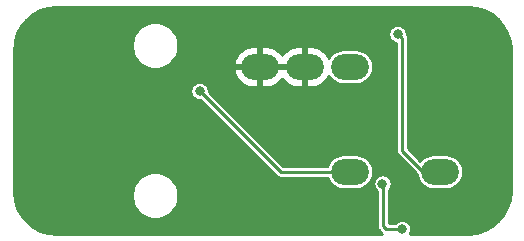
<source format=gbr>
%TF.GenerationSoftware,KiCad,Pcbnew,(5.1.10)-1*%
%TF.CreationDate,2022-01-27T10:19:25-05:00*%
%TF.ProjectId,CommaPowerProtect,436f6d6d-6150-46f7-9765-7250726f7465,rev?*%
%TF.SameCoordinates,Original*%
%TF.FileFunction,Copper,L2,Bot*%
%TF.FilePolarity,Positive*%
%FSLAX46Y46*%
G04 Gerber Fmt 4.6, Leading zero omitted, Abs format (unit mm)*
G04 Created by KiCad (PCBNEW (5.1.10)-1) date 2022-01-27 10:19:25*
%MOMM*%
%LPD*%
G01*
G04 APERTURE LIST*
%TA.AperFunction,ComponentPad*%
%ADD10O,3.200000X2.200000*%
%TD*%
%TA.AperFunction,ViaPad*%
%ADD11C,0.800000*%
%TD*%
%TA.AperFunction,Conductor*%
%ADD12C,0.250000*%
%TD*%
%TA.AperFunction,Conductor*%
%ADD13C,0.254000*%
%TD*%
%TA.AperFunction,Conductor*%
%ADD14C,0.100000*%
%TD*%
G04 APERTURE END LIST*
D10*
%TO.P,J1,6*%
%TO.N,/CAN_H*%
X108585000Y-57023000D03*
%TO.P,J1,4*%
%TO.N,GND*%
X100965000Y-57023000D03*
%TO.P,J1,14*%
%TO.N,/CAN_L*%
X108585000Y-65913000D03*
%TO.P,J1,5*%
%TO.N,GND*%
X104775000Y-57023000D03*
%TO.P,J1,16*%
%TO.N,/VCC_IN*%
X116205000Y-65913000D03*
%TD*%
D11*
%TO.N,/CAN_L*%
X95885000Y-59055000D03*
%TO.N,Net-(Q1-Pad1)*%
X113030000Y-70739000D03*
X111360001Y-66910001D03*
%TO.N,/VCC_IN*%
X112649000Y-54229000D03*
%TD*%
D12*
%TO.N,/CAN_L*%
X102743000Y-65913000D02*
X95885000Y-59055000D01*
X108585000Y-65913000D02*
X102743000Y-65913000D01*
%TO.N,Net-(Q1-Pad1)*%
X111379000Y-66929000D02*
X111360001Y-66910001D01*
X111379000Y-70485000D02*
X111379000Y-66929000D01*
X111633000Y-70739000D02*
X111379000Y-70485000D01*
X113030000Y-70739000D02*
X111633000Y-70739000D01*
%TO.N,/VCC_IN*%
X113030000Y-64135000D02*
X113030000Y-54610000D01*
X114808000Y-65913000D02*
X113030000Y-64135000D01*
X116205000Y-65913000D02*
X114808000Y-65913000D01*
X113030000Y-54610000D02*
X112649000Y-54229000D01*
%TD*%
D13*
%TO.N,GND*%
X119316480Y-52034414D02*
X119988355Y-52237265D01*
X120608035Y-52566755D01*
X121151914Y-53010331D01*
X121599278Y-53551098D01*
X121933087Y-54168466D01*
X122140624Y-54838909D01*
X122215977Y-55555838D01*
X122216002Y-55563108D01*
X122216001Y-67542343D01*
X122145587Y-68260479D01*
X121942736Y-68932353D01*
X121613245Y-69552037D01*
X121169668Y-70095915D01*
X120628903Y-70543276D01*
X120011534Y-70877086D01*
X119341092Y-71084622D01*
X118624163Y-71159975D01*
X118617180Y-71159999D01*
X113683188Y-71159999D01*
X113718569Y-71107048D01*
X113777141Y-70965643D01*
X113807000Y-70815528D01*
X113807000Y-70662472D01*
X113777141Y-70512357D01*
X113718569Y-70370952D01*
X113633536Y-70243691D01*
X113525309Y-70135464D01*
X113398048Y-70050431D01*
X113256643Y-69991859D01*
X113106528Y-69962000D01*
X112953472Y-69962000D01*
X112803357Y-69991859D01*
X112661952Y-70050431D01*
X112534691Y-70135464D01*
X112433155Y-70237000D01*
X111881000Y-70237000D01*
X111881000Y-67487847D01*
X111963537Y-67405310D01*
X112048570Y-67278049D01*
X112107142Y-67136644D01*
X112137001Y-66986529D01*
X112137001Y-66833473D01*
X112107142Y-66683358D01*
X112048570Y-66541953D01*
X111963537Y-66414692D01*
X111855310Y-66306465D01*
X111728049Y-66221432D01*
X111586644Y-66162860D01*
X111436529Y-66133001D01*
X111283473Y-66133001D01*
X111133358Y-66162860D01*
X110991953Y-66221432D01*
X110864692Y-66306465D01*
X110756465Y-66414692D01*
X110671432Y-66541953D01*
X110612860Y-66683358D01*
X110583001Y-66833473D01*
X110583001Y-66986529D01*
X110612860Y-67136644D01*
X110671432Y-67278049D01*
X110756465Y-67405310D01*
X110864692Y-67513537D01*
X110877001Y-67521761D01*
X110877000Y-70460357D01*
X110874573Y-70485000D01*
X110877000Y-70509643D01*
X110877000Y-70509652D01*
X110884264Y-70583408D01*
X110912969Y-70678035D01*
X110959583Y-70765245D01*
X111022316Y-70841684D01*
X111041468Y-70857402D01*
X111260598Y-71076532D01*
X111276316Y-71095684D01*
X111352755Y-71158417D01*
X111355716Y-71159999D01*
X83787668Y-71160001D01*
X83069521Y-71089586D01*
X82397647Y-70886735D01*
X81777963Y-70557244D01*
X81234085Y-70113667D01*
X80786724Y-69572902D01*
X80452914Y-68955533D01*
X80245378Y-68285091D01*
X80186496Y-67724863D01*
X90136301Y-67724863D01*
X90136301Y-68114337D01*
X90212284Y-68496328D01*
X90361329Y-68856155D01*
X90577709Y-69179992D01*
X90853109Y-69455392D01*
X91176946Y-69671772D01*
X91536773Y-69820817D01*
X91918764Y-69896800D01*
X92308238Y-69896800D01*
X92690229Y-69820817D01*
X93050056Y-69671772D01*
X93373893Y-69455392D01*
X93649293Y-69179992D01*
X93865673Y-68856155D01*
X94014718Y-68496328D01*
X94090701Y-68114337D01*
X94090701Y-67724863D01*
X94014718Y-67342872D01*
X93865673Y-66983045D01*
X93649293Y-66659208D01*
X93373893Y-66383808D01*
X93050056Y-66167428D01*
X92690229Y-66018383D01*
X92308238Y-65942400D01*
X91918764Y-65942400D01*
X91536773Y-66018383D01*
X91176946Y-66167428D01*
X90853109Y-66383808D01*
X90577709Y-66659208D01*
X90361329Y-66983045D01*
X90212284Y-67342872D01*
X90136301Y-67724863D01*
X80186496Y-67724863D01*
X80170025Y-67568162D01*
X80170001Y-67561180D01*
X80170001Y-58978472D01*
X95108000Y-58978472D01*
X95108000Y-59131528D01*
X95137859Y-59281643D01*
X95196431Y-59423048D01*
X95281464Y-59550309D01*
X95389691Y-59658536D01*
X95516952Y-59743569D01*
X95658357Y-59802141D01*
X95808472Y-59832000D01*
X95952066Y-59832000D01*
X102370608Y-66250544D01*
X102386316Y-66269684D01*
X102405456Y-66285392D01*
X102405464Y-66285400D01*
X102462754Y-66332417D01*
X102549963Y-66379031D01*
X102644590Y-66407736D01*
X102653432Y-66408607D01*
X102718347Y-66415000D01*
X102718354Y-66415000D01*
X102743000Y-66417427D01*
X102767645Y-66415000D01*
X106693820Y-66415000D01*
X106713828Y-66480958D01*
X106850978Y-66737547D01*
X107035550Y-66962450D01*
X107260453Y-67147022D01*
X107517042Y-67284172D01*
X107795457Y-67368629D01*
X108012444Y-67390000D01*
X109157556Y-67390000D01*
X109374543Y-67368629D01*
X109652958Y-67284172D01*
X109909547Y-67147022D01*
X110134450Y-66962450D01*
X110319022Y-66737547D01*
X110456172Y-66480958D01*
X110540629Y-66202543D01*
X110569146Y-65913000D01*
X110540629Y-65623457D01*
X110456172Y-65345042D01*
X110319022Y-65088453D01*
X110134450Y-64863550D01*
X109909547Y-64678978D01*
X109652958Y-64541828D01*
X109374543Y-64457371D01*
X109157556Y-64436000D01*
X108012444Y-64436000D01*
X107795457Y-64457371D01*
X107517042Y-64541828D01*
X107260453Y-64678978D01*
X107035550Y-64863550D01*
X106850978Y-65088453D01*
X106713828Y-65345042D01*
X106693820Y-65411000D01*
X102950936Y-65411000D01*
X96662000Y-59122066D01*
X96662000Y-58978472D01*
X96632141Y-58828357D01*
X96573569Y-58686952D01*
X96488536Y-58559691D01*
X96380309Y-58451464D01*
X96253048Y-58366431D01*
X96111643Y-58307859D01*
X95961528Y-58278000D01*
X95808472Y-58278000D01*
X95658357Y-58307859D01*
X95516952Y-58366431D01*
X95389691Y-58451464D01*
X95281464Y-58559691D01*
X95196431Y-58686952D01*
X95137859Y-58828357D01*
X95108000Y-58978472D01*
X80170001Y-58978472D01*
X80170001Y-57419122D01*
X98775825Y-57419122D01*
X98813469Y-57569622D01*
X98951843Y-57881317D01*
X99148367Y-58160027D01*
X99395489Y-58395042D01*
X99683712Y-58577330D01*
X100001959Y-58699886D01*
X100338000Y-58758000D01*
X100838000Y-58758000D01*
X100838000Y-57150000D01*
X101092000Y-57150000D01*
X101092000Y-58758000D01*
X101592000Y-58758000D01*
X101928041Y-58699886D01*
X102246288Y-58577330D01*
X102534511Y-58395042D01*
X102781633Y-58160027D01*
X102870000Y-58034705D01*
X102958367Y-58160027D01*
X103205489Y-58395042D01*
X103493712Y-58577330D01*
X103811959Y-58699886D01*
X104148000Y-58758000D01*
X104648000Y-58758000D01*
X104648000Y-57150000D01*
X101092000Y-57150000D01*
X100838000Y-57150000D01*
X98893875Y-57150000D01*
X98775825Y-57419122D01*
X80170001Y-57419122D01*
X80170001Y-55581658D01*
X80224595Y-55024863D01*
X90136301Y-55024863D01*
X90136301Y-55414337D01*
X90212284Y-55796328D01*
X90361329Y-56156155D01*
X90577709Y-56479992D01*
X90853109Y-56755392D01*
X91176946Y-56971772D01*
X91536773Y-57120817D01*
X91918764Y-57196800D01*
X92308238Y-57196800D01*
X92690229Y-57120817D01*
X93050056Y-56971772D01*
X93373893Y-56755392D01*
X93502407Y-56626878D01*
X98775825Y-56626878D01*
X98893875Y-56896000D01*
X100838000Y-56896000D01*
X100838000Y-55288000D01*
X101092000Y-55288000D01*
X101092000Y-56896000D01*
X104648000Y-56896000D01*
X104648000Y-55288000D01*
X104902000Y-55288000D01*
X104902000Y-56896000D01*
X104922000Y-56896000D01*
X104922000Y-57150000D01*
X104902000Y-57150000D01*
X104902000Y-58758000D01*
X105402000Y-58758000D01*
X105738041Y-58699886D01*
X106056288Y-58577330D01*
X106344511Y-58395042D01*
X106591633Y-58160027D01*
X106788157Y-57881317D01*
X106824850Y-57798665D01*
X106850978Y-57847547D01*
X107035550Y-58072450D01*
X107260453Y-58257022D01*
X107517042Y-58394172D01*
X107795457Y-58478629D01*
X108012444Y-58500000D01*
X109157556Y-58500000D01*
X109374543Y-58478629D01*
X109652958Y-58394172D01*
X109909547Y-58257022D01*
X110134450Y-58072450D01*
X110319022Y-57847547D01*
X110456172Y-57590958D01*
X110540629Y-57312543D01*
X110569146Y-57023000D01*
X110540629Y-56733457D01*
X110456172Y-56455042D01*
X110319022Y-56198453D01*
X110134450Y-55973550D01*
X109909547Y-55788978D01*
X109652958Y-55651828D01*
X109374543Y-55567371D01*
X109157556Y-55546000D01*
X108012444Y-55546000D01*
X107795457Y-55567371D01*
X107517042Y-55651828D01*
X107260453Y-55788978D01*
X107035550Y-55973550D01*
X106850978Y-56198453D01*
X106824850Y-56247335D01*
X106788157Y-56164683D01*
X106591633Y-55885973D01*
X106344511Y-55650958D01*
X106056288Y-55468670D01*
X105738041Y-55346114D01*
X105402000Y-55288000D01*
X104902000Y-55288000D01*
X104648000Y-55288000D01*
X104148000Y-55288000D01*
X103811959Y-55346114D01*
X103493712Y-55468670D01*
X103205489Y-55650958D01*
X102958367Y-55885973D01*
X102870000Y-56011295D01*
X102781633Y-55885973D01*
X102534511Y-55650958D01*
X102246288Y-55468670D01*
X101928041Y-55346114D01*
X101592000Y-55288000D01*
X101092000Y-55288000D01*
X100838000Y-55288000D01*
X100338000Y-55288000D01*
X100001959Y-55346114D01*
X99683712Y-55468670D01*
X99395489Y-55650958D01*
X99148367Y-55885973D01*
X98951843Y-56164683D01*
X98813469Y-56476378D01*
X98775825Y-56626878D01*
X93502407Y-56626878D01*
X93649293Y-56479992D01*
X93865673Y-56156155D01*
X94014718Y-55796328D01*
X94090701Y-55414337D01*
X94090701Y-55024863D01*
X94014718Y-54642872D01*
X93865673Y-54283045D01*
X93778428Y-54152472D01*
X111872000Y-54152472D01*
X111872000Y-54305528D01*
X111901859Y-54455643D01*
X111960431Y-54597048D01*
X112045464Y-54724309D01*
X112153691Y-54832536D01*
X112280952Y-54917569D01*
X112422357Y-54976141D01*
X112528001Y-54997154D01*
X112528000Y-64110357D01*
X112525573Y-64135000D01*
X112528000Y-64159643D01*
X112528000Y-64159652D01*
X112535264Y-64233408D01*
X112563969Y-64328035D01*
X112610583Y-64415245D01*
X112673316Y-64491684D01*
X112692467Y-64507401D01*
X114234269Y-66049204D01*
X114249371Y-66202543D01*
X114333828Y-66480958D01*
X114470978Y-66737547D01*
X114655550Y-66962450D01*
X114880453Y-67147022D01*
X115137042Y-67284172D01*
X115415457Y-67368629D01*
X115632444Y-67390000D01*
X116777556Y-67390000D01*
X116994543Y-67368629D01*
X117272958Y-67284172D01*
X117529547Y-67147022D01*
X117754450Y-66962450D01*
X117939022Y-66737547D01*
X118076172Y-66480958D01*
X118160629Y-66202543D01*
X118189146Y-65913000D01*
X118160629Y-65623457D01*
X118076172Y-65345042D01*
X117939022Y-65088453D01*
X117754450Y-64863550D01*
X117529547Y-64678978D01*
X117272958Y-64541828D01*
X116994543Y-64457371D01*
X116777556Y-64436000D01*
X115632444Y-64436000D01*
X115415457Y-64457371D01*
X115137042Y-64541828D01*
X114880453Y-64678978D01*
X114655550Y-64863550D01*
X114571230Y-64966295D01*
X113532000Y-63927066D01*
X113532000Y-54634642D01*
X113534427Y-54609999D01*
X113532000Y-54585356D01*
X113532000Y-54585347D01*
X113524736Y-54511591D01*
X113496031Y-54416964D01*
X113449417Y-54329755D01*
X113426000Y-54301222D01*
X113426000Y-54152472D01*
X113396141Y-54002357D01*
X113337569Y-53860952D01*
X113252536Y-53733691D01*
X113144309Y-53625464D01*
X113017048Y-53540431D01*
X112875643Y-53481859D01*
X112725528Y-53452000D01*
X112572472Y-53452000D01*
X112422357Y-53481859D01*
X112280952Y-53540431D01*
X112153691Y-53625464D01*
X112045464Y-53733691D01*
X111960431Y-53860952D01*
X111901859Y-54002357D01*
X111872000Y-54152472D01*
X93778428Y-54152472D01*
X93649293Y-53959208D01*
X93373893Y-53683808D01*
X93050056Y-53467428D01*
X92690229Y-53318383D01*
X92308238Y-53242400D01*
X91918764Y-53242400D01*
X91536773Y-53318383D01*
X91176946Y-53467428D01*
X90853109Y-53683808D01*
X90577709Y-53959208D01*
X90361329Y-54283045D01*
X90212284Y-54642872D01*
X90136301Y-55024863D01*
X80224595Y-55024863D01*
X80240415Y-54863524D01*
X80443268Y-54191643D01*
X80772757Y-53571965D01*
X81216335Y-53028083D01*
X81757103Y-52580722D01*
X82374469Y-52246914D01*
X83044909Y-52039378D01*
X83761840Y-51964025D01*
X83768823Y-51964001D01*
X118598332Y-51963999D01*
X119316480Y-52034414D01*
%TA.AperFunction,Conductor*%
D14*
G36*
X119316480Y-52034414D02*
G01*
X119988355Y-52237265D01*
X120608035Y-52566755D01*
X121151914Y-53010331D01*
X121599278Y-53551098D01*
X121933087Y-54168466D01*
X122140624Y-54838909D01*
X122215977Y-55555838D01*
X122216002Y-55563108D01*
X122216001Y-67542343D01*
X122145587Y-68260479D01*
X121942736Y-68932353D01*
X121613245Y-69552037D01*
X121169668Y-70095915D01*
X120628903Y-70543276D01*
X120011534Y-70877086D01*
X119341092Y-71084622D01*
X118624163Y-71159975D01*
X118617180Y-71159999D01*
X113683188Y-71159999D01*
X113718569Y-71107048D01*
X113777141Y-70965643D01*
X113807000Y-70815528D01*
X113807000Y-70662472D01*
X113777141Y-70512357D01*
X113718569Y-70370952D01*
X113633536Y-70243691D01*
X113525309Y-70135464D01*
X113398048Y-70050431D01*
X113256643Y-69991859D01*
X113106528Y-69962000D01*
X112953472Y-69962000D01*
X112803357Y-69991859D01*
X112661952Y-70050431D01*
X112534691Y-70135464D01*
X112433155Y-70237000D01*
X111881000Y-70237000D01*
X111881000Y-67487847D01*
X111963537Y-67405310D01*
X112048570Y-67278049D01*
X112107142Y-67136644D01*
X112137001Y-66986529D01*
X112137001Y-66833473D01*
X112107142Y-66683358D01*
X112048570Y-66541953D01*
X111963537Y-66414692D01*
X111855310Y-66306465D01*
X111728049Y-66221432D01*
X111586644Y-66162860D01*
X111436529Y-66133001D01*
X111283473Y-66133001D01*
X111133358Y-66162860D01*
X110991953Y-66221432D01*
X110864692Y-66306465D01*
X110756465Y-66414692D01*
X110671432Y-66541953D01*
X110612860Y-66683358D01*
X110583001Y-66833473D01*
X110583001Y-66986529D01*
X110612860Y-67136644D01*
X110671432Y-67278049D01*
X110756465Y-67405310D01*
X110864692Y-67513537D01*
X110877001Y-67521761D01*
X110877000Y-70460357D01*
X110874573Y-70485000D01*
X110877000Y-70509643D01*
X110877000Y-70509652D01*
X110884264Y-70583408D01*
X110912969Y-70678035D01*
X110959583Y-70765245D01*
X111022316Y-70841684D01*
X111041468Y-70857402D01*
X111260598Y-71076532D01*
X111276316Y-71095684D01*
X111352755Y-71158417D01*
X111355716Y-71159999D01*
X83787668Y-71160001D01*
X83069521Y-71089586D01*
X82397647Y-70886735D01*
X81777963Y-70557244D01*
X81234085Y-70113667D01*
X80786724Y-69572902D01*
X80452914Y-68955533D01*
X80245378Y-68285091D01*
X80186496Y-67724863D01*
X90136301Y-67724863D01*
X90136301Y-68114337D01*
X90212284Y-68496328D01*
X90361329Y-68856155D01*
X90577709Y-69179992D01*
X90853109Y-69455392D01*
X91176946Y-69671772D01*
X91536773Y-69820817D01*
X91918764Y-69896800D01*
X92308238Y-69896800D01*
X92690229Y-69820817D01*
X93050056Y-69671772D01*
X93373893Y-69455392D01*
X93649293Y-69179992D01*
X93865673Y-68856155D01*
X94014718Y-68496328D01*
X94090701Y-68114337D01*
X94090701Y-67724863D01*
X94014718Y-67342872D01*
X93865673Y-66983045D01*
X93649293Y-66659208D01*
X93373893Y-66383808D01*
X93050056Y-66167428D01*
X92690229Y-66018383D01*
X92308238Y-65942400D01*
X91918764Y-65942400D01*
X91536773Y-66018383D01*
X91176946Y-66167428D01*
X90853109Y-66383808D01*
X90577709Y-66659208D01*
X90361329Y-66983045D01*
X90212284Y-67342872D01*
X90136301Y-67724863D01*
X80186496Y-67724863D01*
X80170025Y-67568162D01*
X80170001Y-67561180D01*
X80170001Y-58978472D01*
X95108000Y-58978472D01*
X95108000Y-59131528D01*
X95137859Y-59281643D01*
X95196431Y-59423048D01*
X95281464Y-59550309D01*
X95389691Y-59658536D01*
X95516952Y-59743569D01*
X95658357Y-59802141D01*
X95808472Y-59832000D01*
X95952066Y-59832000D01*
X102370608Y-66250544D01*
X102386316Y-66269684D01*
X102405456Y-66285392D01*
X102405464Y-66285400D01*
X102462754Y-66332417D01*
X102549963Y-66379031D01*
X102644590Y-66407736D01*
X102653432Y-66408607D01*
X102718347Y-66415000D01*
X102718354Y-66415000D01*
X102743000Y-66417427D01*
X102767645Y-66415000D01*
X106693820Y-66415000D01*
X106713828Y-66480958D01*
X106850978Y-66737547D01*
X107035550Y-66962450D01*
X107260453Y-67147022D01*
X107517042Y-67284172D01*
X107795457Y-67368629D01*
X108012444Y-67390000D01*
X109157556Y-67390000D01*
X109374543Y-67368629D01*
X109652958Y-67284172D01*
X109909547Y-67147022D01*
X110134450Y-66962450D01*
X110319022Y-66737547D01*
X110456172Y-66480958D01*
X110540629Y-66202543D01*
X110569146Y-65913000D01*
X110540629Y-65623457D01*
X110456172Y-65345042D01*
X110319022Y-65088453D01*
X110134450Y-64863550D01*
X109909547Y-64678978D01*
X109652958Y-64541828D01*
X109374543Y-64457371D01*
X109157556Y-64436000D01*
X108012444Y-64436000D01*
X107795457Y-64457371D01*
X107517042Y-64541828D01*
X107260453Y-64678978D01*
X107035550Y-64863550D01*
X106850978Y-65088453D01*
X106713828Y-65345042D01*
X106693820Y-65411000D01*
X102950936Y-65411000D01*
X96662000Y-59122066D01*
X96662000Y-58978472D01*
X96632141Y-58828357D01*
X96573569Y-58686952D01*
X96488536Y-58559691D01*
X96380309Y-58451464D01*
X96253048Y-58366431D01*
X96111643Y-58307859D01*
X95961528Y-58278000D01*
X95808472Y-58278000D01*
X95658357Y-58307859D01*
X95516952Y-58366431D01*
X95389691Y-58451464D01*
X95281464Y-58559691D01*
X95196431Y-58686952D01*
X95137859Y-58828357D01*
X95108000Y-58978472D01*
X80170001Y-58978472D01*
X80170001Y-57419122D01*
X98775825Y-57419122D01*
X98813469Y-57569622D01*
X98951843Y-57881317D01*
X99148367Y-58160027D01*
X99395489Y-58395042D01*
X99683712Y-58577330D01*
X100001959Y-58699886D01*
X100338000Y-58758000D01*
X100838000Y-58758000D01*
X100838000Y-57150000D01*
X101092000Y-57150000D01*
X101092000Y-58758000D01*
X101592000Y-58758000D01*
X101928041Y-58699886D01*
X102246288Y-58577330D01*
X102534511Y-58395042D01*
X102781633Y-58160027D01*
X102870000Y-58034705D01*
X102958367Y-58160027D01*
X103205489Y-58395042D01*
X103493712Y-58577330D01*
X103811959Y-58699886D01*
X104148000Y-58758000D01*
X104648000Y-58758000D01*
X104648000Y-57150000D01*
X101092000Y-57150000D01*
X100838000Y-57150000D01*
X98893875Y-57150000D01*
X98775825Y-57419122D01*
X80170001Y-57419122D01*
X80170001Y-55581658D01*
X80224595Y-55024863D01*
X90136301Y-55024863D01*
X90136301Y-55414337D01*
X90212284Y-55796328D01*
X90361329Y-56156155D01*
X90577709Y-56479992D01*
X90853109Y-56755392D01*
X91176946Y-56971772D01*
X91536773Y-57120817D01*
X91918764Y-57196800D01*
X92308238Y-57196800D01*
X92690229Y-57120817D01*
X93050056Y-56971772D01*
X93373893Y-56755392D01*
X93502407Y-56626878D01*
X98775825Y-56626878D01*
X98893875Y-56896000D01*
X100838000Y-56896000D01*
X100838000Y-55288000D01*
X101092000Y-55288000D01*
X101092000Y-56896000D01*
X104648000Y-56896000D01*
X104648000Y-55288000D01*
X104902000Y-55288000D01*
X104902000Y-56896000D01*
X104922000Y-56896000D01*
X104922000Y-57150000D01*
X104902000Y-57150000D01*
X104902000Y-58758000D01*
X105402000Y-58758000D01*
X105738041Y-58699886D01*
X106056288Y-58577330D01*
X106344511Y-58395042D01*
X106591633Y-58160027D01*
X106788157Y-57881317D01*
X106824850Y-57798665D01*
X106850978Y-57847547D01*
X107035550Y-58072450D01*
X107260453Y-58257022D01*
X107517042Y-58394172D01*
X107795457Y-58478629D01*
X108012444Y-58500000D01*
X109157556Y-58500000D01*
X109374543Y-58478629D01*
X109652958Y-58394172D01*
X109909547Y-58257022D01*
X110134450Y-58072450D01*
X110319022Y-57847547D01*
X110456172Y-57590958D01*
X110540629Y-57312543D01*
X110569146Y-57023000D01*
X110540629Y-56733457D01*
X110456172Y-56455042D01*
X110319022Y-56198453D01*
X110134450Y-55973550D01*
X109909547Y-55788978D01*
X109652958Y-55651828D01*
X109374543Y-55567371D01*
X109157556Y-55546000D01*
X108012444Y-55546000D01*
X107795457Y-55567371D01*
X107517042Y-55651828D01*
X107260453Y-55788978D01*
X107035550Y-55973550D01*
X106850978Y-56198453D01*
X106824850Y-56247335D01*
X106788157Y-56164683D01*
X106591633Y-55885973D01*
X106344511Y-55650958D01*
X106056288Y-55468670D01*
X105738041Y-55346114D01*
X105402000Y-55288000D01*
X104902000Y-55288000D01*
X104648000Y-55288000D01*
X104148000Y-55288000D01*
X103811959Y-55346114D01*
X103493712Y-55468670D01*
X103205489Y-55650958D01*
X102958367Y-55885973D01*
X102870000Y-56011295D01*
X102781633Y-55885973D01*
X102534511Y-55650958D01*
X102246288Y-55468670D01*
X101928041Y-55346114D01*
X101592000Y-55288000D01*
X101092000Y-55288000D01*
X100838000Y-55288000D01*
X100338000Y-55288000D01*
X100001959Y-55346114D01*
X99683712Y-55468670D01*
X99395489Y-55650958D01*
X99148367Y-55885973D01*
X98951843Y-56164683D01*
X98813469Y-56476378D01*
X98775825Y-56626878D01*
X93502407Y-56626878D01*
X93649293Y-56479992D01*
X93865673Y-56156155D01*
X94014718Y-55796328D01*
X94090701Y-55414337D01*
X94090701Y-55024863D01*
X94014718Y-54642872D01*
X93865673Y-54283045D01*
X93778428Y-54152472D01*
X111872000Y-54152472D01*
X111872000Y-54305528D01*
X111901859Y-54455643D01*
X111960431Y-54597048D01*
X112045464Y-54724309D01*
X112153691Y-54832536D01*
X112280952Y-54917569D01*
X112422357Y-54976141D01*
X112528001Y-54997154D01*
X112528000Y-64110357D01*
X112525573Y-64135000D01*
X112528000Y-64159643D01*
X112528000Y-64159652D01*
X112535264Y-64233408D01*
X112563969Y-64328035D01*
X112610583Y-64415245D01*
X112673316Y-64491684D01*
X112692467Y-64507401D01*
X114234269Y-66049204D01*
X114249371Y-66202543D01*
X114333828Y-66480958D01*
X114470978Y-66737547D01*
X114655550Y-66962450D01*
X114880453Y-67147022D01*
X115137042Y-67284172D01*
X115415457Y-67368629D01*
X115632444Y-67390000D01*
X116777556Y-67390000D01*
X116994543Y-67368629D01*
X117272958Y-67284172D01*
X117529547Y-67147022D01*
X117754450Y-66962450D01*
X117939022Y-66737547D01*
X118076172Y-66480958D01*
X118160629Y-66202543D01*
X118189146Y-65913000D01*
X118160629Y-65623457D01*
X118076172Y-65345042D01*
X117939022Y-65088453D01*
X117754450Y-64863550D01*
X117529547Y-64678978D01*
X117272958Y-64541828D01*
X116994543Y-64457371D01*
X116777556Y-64436000D01*
X115632444Y-64436000D01*
X115415457Y-64457371D01*
X115137042Y-64541828D01*
X114880453Y-64678978D01*
X114655550Y-64863550D01*
X114571230Y-64966295D01*
X113532000Y-63927066D01*
X113532000Y-54634642D01*
X113534427Y-54609999D01*
X113532000Y-54585356D01*
X113532000Y-54585347D01*
X113524736Y-54511591D01*
X113496031Y-54416964D01*
X113449417Y-54329755D01*
X113426000Y-54301222D01*
X113426000Y-54152472D01*
X113396141Y-54002357D01*
X113337569Y-53860952D01*
X113252536Y-53733691D01*
X113144309Y-53625464D01*
X113017048Y-53540431D01*
X112875643Y-53481859D01*
X112725528Y-53452000D01*
X112572472Y-53452000D01*
X112422357Y-53481859D01*
X112280952Y-53540431D01*
X112153691Y-53625464D01*
X112045464Y-53733691D01*
X111960431Y-53860952D01*
X111901859Y-54002357D01*
X111872000Y-54152472D01*
X93778428Y-54152472D01*
X93649293Y-53959208D01*
X93373893Y-53683808D01*
X93050056Y-53467428D01*
X92690229Y-53318383D01*
X92308238Y-53242400D01*
X91918764Y-53242400D01*
X91536773Y-53318383D01*
X91176946Y-53467428D01*
X90853109Y-53683808D01*
X90577709Y-53959208D01*
X90361329Y-54283045D01*
X90212284Y-54642872D01*
X90136301Y-55024863D01*
X80224595Y-55024863D01*
X80240415Y-54863524D01*
X80443268Y-54191643D01*
X80772757Y-53571965D01*
X81216335Y-53028083D01*
X81757103Y-52580722D01*
X82374469Y-52246914D01*
X83044909Y-52039378D01*
X83761840Y-51964025D01*
X83768823Y-51964001D01*
X118598332Y-51963999D01*
X119316480Y-52034414D01*
G37*
%TD.AperFunction*%
%TD*%
M02*

</source>
